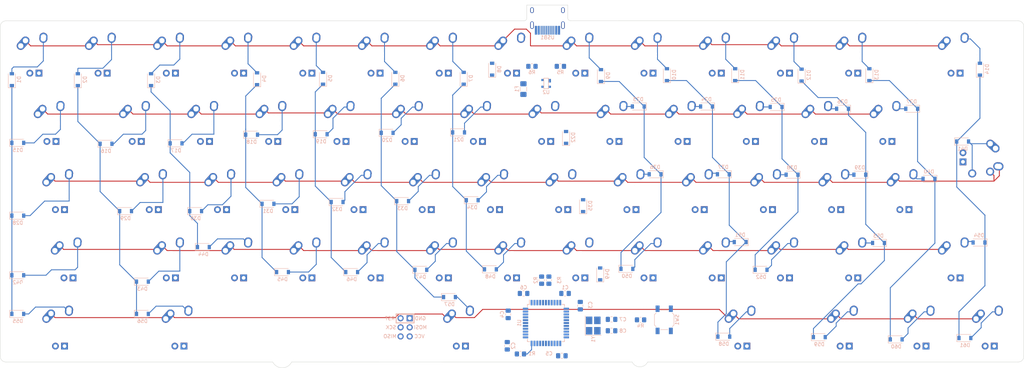
<source format=kicad_pcb>
(kicad_pcb (version 20211014) (generator pcbnew)
  (title_block (title "Main") (date "2022-08-12") (rev "0"))
  (layers (0 "F.Cu" signal) (31 "B.Cu" signal) (34 "B.Paste" user) (35 "F.Paste" user) (36 "B.SilkS" user "B.Silkscreen") (37 "F.SilkS" user "F.Silkscreen") (38 "B.Mask" user) (39 "F.Mask" user) (44 "Edge.Cuts" user))
  (net 0 "")
  (net 1 "Net-(C1-Pad1)")
  (net 2 "GND")
  (net 3 "+5V")
  (net 4 "XTAL1")
  (net 5 "XTAL2")
  (net 6 "col1")
  (net 7 "Net-(D1-Pad2)")
  (net 8 "col2")
  (net 9 "Net-(D2-Pad2)")
  (net 10 "col3")
  (net 11 "Net-(D3-Pad2)")
  (net 12 "col4")
  (net 13 "Net-(D4-Pad2)")
  (net 14 "col5")
  (net 15 "Net-(D5-Pad2)")
  (net 16 "col6")
  (net 17 "Net-(D6-Pad2)")
  (net 18 "col7")
  (net 19 "Net-(D7-Pad2)")
  (net 20 "col8")
  (net 21 "Net-(D8-Pad2)")
  (net 22 "col9")
  (net 23 "Net-(D9-Pad2)")
  (net 24 "col10")
  (net 25 "Net-(D10-Pad2)")
  (net 26 "col11")
  (net 27 "Net-(D11-Pad2)")
  (net 28 "col12")
  (net 29 "Net-(D12-Pad2)")
  (net 30 "col13")
  (net 31 "Net-(D13-Pad2)")
  (net 32 "col14")
  (net 33 "Net-(D14-Pad2)")
  (net 34 "Net-(D15-Pad2)")
  (net 35 "Net-(D16-Pad2)")
  (net 36 "Net-(D17-Pad2)")
  (net 37 "Net-(D18-Pad2)")
  (net 38 "Net-(D19-Pad2)")
  (net 39 "Net-(D20-Pad2)")
  (net 40 "Net-(D21-Pad2)")
  (net 41 "Net-(D22-Pad2)")
  (net 42 "Net-(D23-Pad2)")
  (net 43 "Net-(D24-Pad2)")
  (net 44 "Net-(D25-Pad2)")
  (net 45 "Net-(D26-Pad2)")
  (net 46 "Net-(D27-Pad2)")
  (net 47 "Net-(D28-Pad2)")
  (net 48 "Net-(D29-Pad2)")
  (net 49 "Net-(D30-Pad2)")
  (net 50 "Net-(D31-Pad2)")
  (net 51 "Net-(D32-Pad2)")
  (net 52 "Net-(D33-Pad2)")
  (net 53 "Net-(D34-Pad2)")
  (net 54 "Net-(D35-Pad2)")
  (net 55 "Net-(D36-Pad2)")
  (net 56 "Net-(D37-Pad2)")
  (net 57 "Net-(D38-Pad2)")
  (net 58 "Net-(D39-Pad2)")
  (net 59 "Net-(D40-Pad2)")
  (net 60 "Net-(D41-Pad2)")
  (net 61 "Net-(D42-Pad2)")
  (net 62 "Net-(D43-Pad2)")
  (net 63 "Net-(D44-Pad2)")
  (net 64 "Net-(D45-Pad2)")
  (net 65 "Net-(D46-Pad2)")
  (net 66 "Net-(D47-Pad2)")
  (net 67 "Net-(D48-Pad2)")
  (net 68 "Net-(D49-Pad2)")
  (net 69 "Net-(D50-Pad2)")
  (net 70 "Net-(D51-Pad2)")
  (net 71 "Net-(D52-Pad2)")
  (net 72 "Net-(D53-Pad2)")
  (net 73 "Net-(D54-Pad2)")
  (net 74 "Net-(D55-Pad2)")
  (net 75 "Net-(D56-Pad2)")
  (net 76 "Net-(D57-Pad2)")
  (net 77 "Net-(D58-Pad2)")
  (net 78 "Net-(D59-Pad2)")
  (net 79 "Net-(D60-Pad2)")
  (net 80 "Net-(D61-Pad2)")
  (net 81 "VCC")
  (net 82 "MISO")
  (net 83 "SCK")
  (net 84 "MOSI")
  (net 85 "RESET")
  (net 86 "Net-(R1-Pad1)")
  (net 87 "Net-(R2-Pad1)")
  (net 88 "D-")
  (net 89 "Net-(R3-Pad1)")
  (net 90 "D+")
  (net 91 "Net-(R5-Pad1)")
  (net 92 "Net-(R6-Pad1)")
  (net 93 "row1")
  (net 94 "row2")
  (net 95 "row3")
  (net 96 "row4")
  (net 97 "row5")
  (footprint "MX_Alps_Hybrid:MX-1U" (layer "F.Cu") (at 271.4625 69.05625)
    (fp_text reference "S11")
    (fp_text value "0")
  )
  (footprint "MX_Alps_Hybrid:MX-1.75U" (layer "F.Cu") (at 88.10625 107.15625)
    (fp_text reference "S28")
    (fp_text value "Control")
  )
  (footprint "MX_Alps_Hybrid:MX-ISO" (layer "F.Cu") (at 345.28125 97.63125)
    (fp_text reference "S41")
    (fp_text value "Enter")
  )
  (footprint "MX_Alps_Hybrid:MX-1U" (layer "F.Cu") (at 280.9875 88.10625)
    (fp_text reference "S25")
    (fp_text value "P")
  )
  (footprint "MX_Alps_Hybrid:MX-1U" (layer "F.Cu") (at 114.3 107.15625)
    (fp_text reference "S29")
    (fp_text value "A")
  )
  (footprint "MX_Alps_Hybrid:MX-1U" (layer "F.Cu") (at 157.1625 69.05625)
    (fp_text reference "S5")
    (fp_text value "4")
  )
  (footprint "MX_Alps_Hybrid:MX-1U" (layer "F.Cu") (at 195.2625 126.20625)
    (fp_text reference "S47")
    (fp_text value "B")
  )
  (footprint "MX_Alps_Hybrid:MX-1U" (layer "F.Cu") (at 100.0125 69.05625)
    (fp_text reference "S2")
    (fp_text value "1")
  )
  (footprint "MX_Alps_Hybrid:MX-1.75U" (layer "F.Cu") (at 278.60625 145.25625)
    (fp_text reference "S58")
    (fp_text value "Hyper")
  )
  (footprint "MX_Alps_Hybrid:MX-1U" (layer "F.Cu") (at 252.4125 126.20625)
    (fp_text reference "S50")
    (fp_text value ",")
  )
  (footprint "MX_Alps_Hybrid:MX-1U" (layer "F.Cu") (at 323.85 107.15625)
    (fp_text reference "S40")
    (fp_text value "#")
  )
  (footprint "MX_Alps_Hybrid:MX-1U" (layer "F.Cu") (at 266.7 107.15625)
    (fp_text reference "S37")
    (fp_text value "L")
  )
  (footprint "MX_Alps_Hybrid:MX-1U" (layer "F.Cu") (at 290.5125 126.20625)
    (fp_text reference "S52")
    (fp_text value "/")
  )
  (footprint "MX_Alps_Hybrid:MX-1.5U" (layer "F.Cu") (at 85.725 88.10625)
    (fp_text reference "S15")
    (fp_text value "Tab")
  )
  (footprint "MX_Alps_Hybrid:MX-1U" (layer "F.Cu") (at 119.0625 69.05625)
    (fp_text reference "S3")
    (fp_text value "2")
  )
  (footprint "MX_Alps_Hybrid:MX-2U" (layer "F.Cu") (at 90.4875 126.20625)
    (fp_text reference "S42")
    (fp_text value "LShift")
  )
  (footprint "MX_Alps_Hybrid:MX-1U" (layer "F.Cu") (at 319.0875 88.10625)
    (fp_text reference "S27")
    (fp_text value "]")
  )
  (footprint "MX_Alps_Hybrid:MX-1U" (layer "F.Cu") (at 138.1125 69.05625)
    (fp_text reference "S4")
    (fp_text value "3")
  )
  (footprint "MX_Alps_Hybrid:MX-1U" (layer "F.Cu") (at 285.75 107.15625)
    (fp_text reference "S38")
    (fp_text value ";")
  )
  (footprint "MX_Alps_Hybrid:MX-1U" (layer "F.Cu") (at 204.7875 88.10625)
    (fp_text reference "S21")
    (fp_text value "Y")
  )
  (footprint "MX_Alps_Hybrid:MX-1U" (layer "F.Cu") (at 271.4625 126.20625)
    (fp_text reference "S51")
    (fp_text value ".")
  )
  (footprint "MX_Alps_Hybrid:MX-1U" (layer "F.Cu") (at 133.35 107.15625)
    (fp_text reference "S30")
    (fp_text value "S")
  )
  (footprint "MX_Alps_Hybrid:MX-1U" (layer "F.Cu") (at 223.8375 88.10625)
    (fp_text reference "S22")
    (fp_text value "U")
  )
  (footprint "MX_Alps_Hybrid:MX-1.75U" (layer "F.Cu") (at 121.44375 145.25625)
    (fp_text reference "S56")
    (fp_text value "Alt")
  )
  (footprint "MX_Alps_Hybrid:MX-1U" (layer "F.Cu") (at 176.2125 126.20625)
    (fp_text reference "S46")
    (fp_text value "V")
  )
  (footprint "MX_Alps_Hybrid:MX-1U" (layer "F.Cu") (at 290.5125 69.05625)
    (fp_text reference "S12")
    (fp_text value "-")
  )
  (footprint "MX_Alps_Hybrid:MX-2U" (layer "F.Cu") (at 338.1375 126.20625)
    (fp_text reference "S54")
    (fp_text value "RShift")
  )
  (footprint "MX_Alps_Hybrid:MX-2U" (layer "F.Cu") (at 338.1375 69.05625)
    (fp_text reference "S14")
    (fp_text value "Backspace")
  )
  (footprint "MX_Alps_Hybrid:MX-1U" (layer "F.Cu") (at 80.9625 69.05625)
    (fp_text reference "S1")
    (fp_text value "Esc")
  )
  (footprint "MX_Alps_Hybrid:MX-1U" (layer "F.Cu") (at 309.5625 69.05625)
    (fp_text reference "S13")
    (fp_text value "=")
  )
  (footprint "MX_Alps_Hybrid:MX-1U" (layer "F.Cu") (at 157.1625 126.20625)
    (fp_text reference "S45")
    (fp_text value "C")
  )
  (footprint "MX_Alps_Hybrid:MX-1U" (layer "F.Cu") (at 185.7375 88.10625)
    (fp_text reference "S20")
    (fp_text value "T")
  )
  (footprint "MX_Alps_Hybrid:MX-1U" (layer "F.Cu") (at 228.6 107.15625)
    (fp_text reference "S35")
    (fp_text value "J")
  )
  (footprint "MX_Alps_Hybrid:MX-1U" (layer "F.Cu") (at 138.1125 126.20625)
    (fp_text reference "S44")
    (fp_text value "X")
  )
  (footprint "MX_Alps_Hybrid:MX-1U" (layer "F.Cu") (at 252.4125 69.05625)
    (fp_text reference "S10")
    (fp_text value "9")
  )
  (footprint "MX_Alps_Hybrid:MX-1U" (layer "F.Cu") (at 242.8875 88.10625)
    (fp_text reference "S23")
    (fp_text value "I")
  )
  (footprint "MX_Alps_Hybrid:MX-1.75U" (layer "F.Cu") (at 88.10625 145.25625)
    (fp_text reference "S55")
    (fp_text value "Super")
  )
  (footprint "MX_Alps_Hybrid:MX-1U" (layer "F.Cu") (at 128.5875 88.10625)
    (fp_text reference "S17")
    (fp_text value "W")
  )
  (footprint "MX_Alps_Hybrid:MX-1U" (layer "F.Cu") (at 233.3625 126.20625)
    (fp_text reference "S49")
    (fp_text value "M")
  )
  (footprint "MX_Alps_Hybrid:MX-1U" (layer "F.Cu") (at 309.5625 126.20625)
    (fp_text reference "S53")
    (fp_text value "\\")
  )
  (footprint "MX_Alps_Hybrid:MX-6.5U" (layer "F.Cu") (at 200.025 145.25625)
    (fp_text reference "S57")
    (fp_text value "Space")
  )
  (footprint "MX_Alps_Hybrid:MX-1U" (layer "F.Cu") (at 214.3125 69.05625)
    (fp_text reference "S8")
    (fp_text value "7")
  )
  (footprint "MX_Alps_Hybrid:MX-1U" (layer "F.Cu") (at 171.45 107.15625)
    (fp_text reference "S32")
    (fp_text value "F")
  )
  (footprint "MX_Alps_Hybrid:MX-1U" (layer "F.Cu") (at 152.4 107.15625)
    (fp_text reference "S31")
    (fp_text value "D")
  )
  (footprint "MX_Alps_Hybrid:MX-1U" (layer "F.Cu") (at 147.6375 88.10625)
    (fp_text reference "S18")
    (fp_text value "E")
  )
  (footprint "MX_Alps_Hybrid:MX-1U" (layer "F.Cu") (at 195.2625 69.05625)
    (fp_text reference "S7")
    (fp_text value "6")
  )
  (footprint "MX_Alps_Hybrid:MX-1.25U" (layer "F.Cu") (at 307.18125 145.25625)
    (fp_text reference "S59")
    (fp_text value "AltGraph")
  )
  (footprint "MX_Alps_Hybrid:MX-1U" (layer "F.Cu") (at 328.6125 145.25625)
    (fp_text reference "S60")
    (fp_text value "Caps")
  )
  (footprint "MX_Alps_Hybrid:MX-1U" (layer "F.Cu") (at 214.3125 126.20625)
    (fp_text reference "S48")
    (fp_text value "N")
  )
  (footprint "MX_Alps_Hybrid:MX-1U" (layer "F.Cu") (at 176.2125 69.05625)
    (fp_text reference "S6")
    (fp_text value "5")
  )
  (footprint "MX_Alps_Hybrid:MX-1U" (layer "F.Cu") (at 166.69 88.10625)
    (fp_text reference "S19")
    (fp_text value "R")
  )
  (footprint "MX_Alps_Hybrid:MX-1U" (layer "F.Cu") (at 304.8 107.15625)
    (fp_text reference "S39")
    (fp_text value "'")
  )
  (footprint "MX_Alps_Hybrid:MX-1U" (layer "F.Cu") (at 347.6625 145.25625)
    (fp_text reference "S61")
    (fp_text value "Kill")
  )
  (footprint "MX_Alps_Hybrid:MX-1U" (layer "F.Cu") (at 109.5375 88.10625)
    (fp_text reference "S16")
    (fp_text value "Q")
  )
  (footprint "MX_Alps_Hybrid:MX-1U" (layer "F.Cu") (at 190.5 107.15625)
    (fp_text reference "S33")
    (fp_text value "G")
  )
  (footprint "MX_Alps_Hybrid:MX-1U" (layer "F.Cu") (at 209.55 107.15625)
    (fp_text reference "S34")
    (fp_text value "H")
  )
  (footprint "MX_Alps_Hybrid:MX-1U" (layer "F.Cu") (at 247.65 107.15625)
    (fp_text reference "S36")
    (fp_text value "K")
  )
  (footprint "MX_Alps_Hybrid:MX-1U" (layer "F.Cu") (at 300.0375 88.10625)
    (fp_text reference "S26")
    (fp_text value "[")
  )
  (footprint "MX_Alps_Hybrid:MX-1U" (layer "F.Cu") (at 233.3625 69.05625)
    (fp_text reference "S9")
    (fp_text value "8")
  )
  (footprint "MX_Alps_Hybrid:MX-1U" (layer "F.Cu") (at 261.9375 88.10625)
    (fp_text reference "S24")
    (fp_text value "O")
  )
  (footprint "MX_Alps_Hybrid:MX-1U" (layer "F.Cu") (at 119.0625 126.20625)
    (fp_text reference "S43")
    (fp_text value "Z")
  )
  (footprint "Diode_SMD:D_SOD-123" (layer "B.Cu") (at 229.39375 92.075 90)
    (fp_text reference "D22")
    (fp_text value "1N4148" hide)
  )
  (footprint "Diode_SMD:D_SOD-123" (layer "B.Cu") (at 161.036 91.186)
    (fp_text reference "D19")
    (fp_text value "1N4148" hide)
  )
  (footprint "Diode_SMD:D_SOD-123" (layer "B.Cu") (at 283.845 129.032)
    (fp_text reference "D52")
    (fp_text value "1N4148" hide)
  )
  (footprint "Diode_SMD:D_SOD-123" (layer "B.Cu") (at 340.741 148.082)
    (fp_text reference "D61")
    (fp_text value "1N4148" hide)
  )
  (footprint "Diode_SMD:D_SOD-123" (layer "B.Cu") (at 169.545 129.667)
    (fp_text reference "D46")
    (fp_text value "1N4148" hide)
  )
  (footprint "random-keyboard-parts:Reset_Pretty-Mask" (layer "B.Cu") (at 184.4675 145.0975)
    (fp_text reference "J1")
    (fp_text value "AVR-ISP-6")
  )
  (footprint "Resistor_SMD:R_0805_2012Metric_Pad1.20x1.40mm_HandSolder" (layer "B.Cu") (at 227.80625 72.23125)
    (fp_text reference "R5")
    (fp_text value "5.1k")
  )
  (footprint "Diode_SMD:D_SOD-123" (layer "B.Cu") (at 200.81875 75.565 90)
    (fp_text reference "D7")
    (fp_text value "1N4148" hide)
  )
  (footprint "Diode_SMD:D_SOD-123" (layer "B.Cu") (at 203.2 109.601)
    (fp_text reference "D34")
    (fp_text value "1N4148" hide)
  )
  (footprint "Diode_SMD:D_SOD-123" (layer "B.Cu") (at 249.555 83.439 180)
    (fp_text reference "D23")
    (fp_text value "1N4148" hide)
  )
  (footprint "Diode_SMD:D_SOD-123" (layer "B.Cu") (at 128.143 122.682)
    (fp_text reference "D44")
    (fp_text value "1N4148" hide)
  )
  (footprint "Diode_SMD:D_SOD-123" (layer "B.Cu") (at 179.451 90.805)
    (fp_text reference "D20")
    (fp_text value "1N4148" hide)
  )
  (footprint "Diode_SMD:D_SOD-123" (layer "B.Cu") (at 325.882 84.074 180)
    (fp_text reference "D27")
    (fp_text value "1N4148" hide)
  )
  (footprint "Diode_SMD:D_SOD-123" (layer "B.Cu") (at 199.39 90.678)
    (fp_text reference "D21")
    (fp_text value "1N4148" hide)
  )
  (footprint "Diode_SMD:D_SOD-123" (layer "B.Cu") (at 316.611 121.539 180)
    (fp_text reference "D53")
    (fp_text value "1N4148" hide)
  )
  (footprint "Capacitor_SMD:C_0805_2012Metric_Pad1.18x1.45mm_HandSolder" (layer "B.Cu") (at 233.3625 139.04 -90)
    (fp_text reference "C3")
    (fp_text value "0.1u")
  )
  (footprint "Diode_SMD:D_SOD-123" (layer "B.Cu") (at 311.404 102.489 180)
    (fp_text reference "D39")
    (fp_text value "1N4148" hide)
  )
  (footprint "Diode_SMD:D_SOD-123" (layer "B.Cu") (at 143.129 75.692 90)
    (fp_text reference "D4")
    (fp_text value "1N4148" hide)
  )
  (footprint "Diode_SMD:D_SOD-123" (layer "B.Cu") (at 306.578 84.074 180)
    (fp_text reference "D26")
    (fp_text value "1N4148" hide)
  )
  (footprint "Diode_SMD:D_SOD-123" (layer "B.Cu") (at 321.564 148.463)
    (fp_text reference "D60")
    (fp_text value "1N4148" hide)
  )
  (footprint "Diode_SMD:D_SOD-123" (layer "B.Cu") (at 106.426 112.649)
    (fp_text reference "D29")
    (fp_text value "1N4148" hide)
  )
  (footprint "Capacitor_SMD:C_0805_2012Metric_Pad1.18x1.45mm_HandSolder" (layer "B.Cu") (at 213.233 141.478 -90)
    (fp_text reference "C4")
    (fp_text value "0.1u")
  )
  (footprint "Diode_SMD:D_SOD-123" (layer "B.Cu") (at 188.849 129.032)
    (fp_text reference "D47")
    (fp_text value "1N4148" hide)
  )
  (footprint "Crystal:Crystal_SMD_3225-4Pin_3.2x2.5mm_HandSoldering" (layer "B.Cu") (at 236.975 144.6 90)
    (fp_text reference "Y1")
    (fp_text value "16MHz")
  )
  (footprint "Diode_SMD:D_SOD-123" (layer "B.Cu") (at 292.481 102.489 180)
    (fp_text reference "D38")
    (fp_text value "1N4148" hide)
  )
  (footprint "Diode_SMD:D_SOD-123" (layer "B.Cu") (at 111.125 141.351)
    (fp_text reference "D56")
    (fp_text value "1N4148" hide)
  )
  (footprint "Diode_SMD:D_SOD-123" (layer "B.Cu") (at 208.28 128.905)
    (fp_text reference "D48")
    (fp_text value "1N4148" hide)
  )
  (footprint "Diode_SMD:D_SOD-123" (layer "B.Cu") (at 76.327 141.351)
    (fp_text reference "D55")
    (fp_text value "1N4148" hide)
  )
  (footprint "Diode_SMD:D_SOD-123" (layer "B.Cu") (at 295.148 74.676 90)
    (fp_text reference "D12")
    (fp_text value "1N4148" hide)
  )
  (footprint "Resistor_SMD:R_0805_2012Metric_Pad1.20x1.40mm_HandSolder" (layer "B.Cu") (at 250.19 143.002)
    (fp_text reference "R4")
    (fp_text value "10K")
  )
  (footprint "Diode_SMD:D_SOD-123" (layer "B.Cu") (at 239.141 74.803 90)
    (fp_text reference "D9")
    (fp_text value "1N4148" hide)
  )
  (footprint "Diode_SMD:D_SOD-123" (layer "B.Cu") (at 300.101 147.828)
    (fp_text reference "D59")
    (fp_text value "1N4148" hide)
  )
  (footprint "Diode_SMD:D_SOD-123" (layer "B.Cu") (at 254.254 102.362 180)
    (fp_text reference "D36")
    (fp_text value "1N4148" hide)
  )
  (footprint "Diode_SMD:D_SOD-123" (layer "B.Cu") (at 76.328 93.599)
    (fp_text reference "D15")
    (fp_text value "1N4148" hide)
  )
  (footprint "Diode_SMD:D_SOD-123" (layer "B.Cu") (at 344.678 121.412 180)
    (fp_text reference "D54")
    (fp_text value "1N4148" hide)
  )
  (footprint "Diode_SMD:D_SOD-123" (layer "B.Cu") (at 111.125 132.334)
    (fp_text reference "D43")
    (fp_text value "1N4148" hide)
  )
  (footprint "Resistor_SMD:R_0805_2012Metric_Pad1.20x1.40mm_HandSolder" (layer "B.Cu") (at 216.662 152.527 180)
    (fp_text reference "R1")
    (fp_text value "10k")
  )
  (footprint "Diode_SMD:D_SOD-123" (layer "B.Cu") (at 208.75625 73.025 90)
    (fp_text reference "D8")
    (fp_text value "1N4148" hide)
  )
  (footprint "Diode_SMD:D_SOD-123" (layer "B.Cu") (at 330.708 103.632 180)
    (fp_text reference "D40")
    (fp_text value "1N4148" hide)
  )
  (footprint "Diode_SMD:D_SOD-123" (layer "B.Cu") (at 288.036 83.566 180)
    (fp_text reference "D25")
    (fp_text value "1N4148" hide)
  )
  (footprint "Capacitor_SMD:C_0805_2012Metric_Pad1.18x1.45mm_HandSolder" (layer "B.Cu") (at 229.108 135.636 180)
    (fp_text reference "C1")
    (fp_text value "1uF")
  )
  (footprint "Diode_SMD:D_SOD-123" (layer "B.Cu") (at 113.538 75.946 90)
    (fp_text reference "D3")
    (fp_text value "1N4148" hide)
  )
  (footprint "Capacitor_SMD:C_0805_2012Metric_Pad1.18x1.45mm_HandSolder" (layer "B.Cu") (at 212.979 150.241 90)
    (fp_text reference "C2")
    (fp_text value "0.1u")
  )
  (footprint "Diode_SMD:D_SOD-123" (layer "B.Cu") (at 76.327 130.556)
    (fp_text reference "D42")
    (fp_text value "1N4148" hide)
  )
  (footprint "Diode_SMD:D_SOD-123" (layer "B.Cu") (at 100.965 93.853)
    (fp_text reference "D16")
    (fp_text value "1N4148" hide)
  )
  (footprint "Diode_SMD:D_SOD-123" (layer "B.Cu") (at 238.91875 130.175 90)
    (fp_text reference "D49")
    (fp_text value "1N4148" hide)
  )
  (footprint "Diode_SMD:D_SOD-123" (layer "B.Cu") (at 234.15625 111.125 90)
    (fp_text reference "D35")
    (fp_text value "1N4148" hide)
  )
  (footprint "Diode_SMD:D_SOD-123" (layer "B.Cu") (at 268.605 83.439 180)
    (fp_text reference "D24")
    (fp_text value "1N4148" hide)
  )
  (footprint "Fuse:Fuse_1206_3216Metric_Pad1.42x1.75mm_HandSolder" (layer "B.Cu") (at 217.4875 78.58125 -90)
    (fp_text reference "F1")
    (fp_text value "500m")
  )
  (footprint "Diode_SMD:D_SOD-123" (layer "B.Cu") (at 74.676 75.946 90)
    (fp_text reference "D1")
    (fp_text value "D_SOD-123" hide)
  )
  (footprint "random-keyboard-parts:SOT143B" (layer "B.Cu") (at 223.8375 76.99375 180)
    (fp_text reference "U2")
    (fp_text value "PRTR5V0U2X" hide)
  )
  (footprint "Package_QFP:TQFP-44_10x10mm_P0.8mm" (layer "B.Cu") (at 223.774 143.891 -90)
    (fp_text reference "U1")
    (fp_text value "ATmega32U4-A")
  )
  (footprint "Capacitor_SMD:C_0805_2012Metric_Pad1.18x1.45mm_HandSolder" (layer "B.Cu") (at 242.09375 146.05 180)
    (fp_text reference "C8")
    (fp_text value "22pF")
  )
  (footprint "Diode_SMD:D_SOD-123" (layer "B.Cu") (at 314.071 74.549 90)
    (fp_text reference "D13")
    (fp_text value "1N4148" hide)
  )
  (footprint "Diode_SMD:D_SOD-123" (layer "B.Cu") (at 76.327 113.919)
    (fp_text reference "D28")
    (fp_text value "1N4148" hide)
  )
  (footprint "Diode_SMD:D_SOD-123" (layer "B.Cu") (at 276.606 74.549 90)
    (fp_text reference "D11")
    (fp_text value "1N4148" hide)
  )
  (footprint "Diode_SMD:D_SOD-123" (layer "B.Cu") (at 340.106 93.218)
    (fp_text reference "D41")
    (fp_text value "1N4148")
  )
  (footprint "Diode_SMD:D_SOD-123" (layer "B.Cu") (at 161.544 75.565 90)
    (fp_text reference "D5")
    (fp_text value "1N4148" hide)
  )
  (footprint "Capacitor_SMD:C_0805_2012Metric_Pad1.18x1.45mm_HandSolder" (layer "B.Cu") (at 217.5295 135.636 180)
    (fp_text reference "C6")
    (fp_text value "10u")
  )
  (footprint "Diode_SMD:D_SOD-123" (layer "B.Cu") (at 246.38 128.778)
    (fp_text reference "D50")
    (fp_text value "1N4148" hide)
  )
  (footprint "Diode_SMD:D_SOD-123" (layer "B.Cu") (at 125.984 112.649)
    (fp_text reference "D30")
    (fp_text value "1N4148" hide)
  )
  (footprint "Diode_SMD:D_SOD-123" (layer "B.Cu") (at 257.556 74.549 90)
    (fp_text reference "D10")
    (fp_text value "1N4148" hide)
  )
  (footprint "Resistor_SMD:R_0805_2012Metric_Pad1.20x1.40mm_HandSolder" (layer "B.Cu") (at 222.568 131.93 -90)
    (fp_text reference "R2")
    (fp_text value "22")
  )
  (footprint "Resistor_SMD:R_0805_2012Metric_Pad1.20x1.40mm_HandSolder" (layer "B.Cu") (at 224.6 131.93 -90)
    (fp_text reference "R3")
    (fp_text value "22")
  )
  (footprint "Diode_SMD:D_SOD-123" (layer "B.Cu") (at 141.605 91.313)
    (fp_text reference "D18")
    (fp_text value "1N4148" hide)
  )
  (footprint "Diode_SMD:D_SOD-123" (layer "B.Cu") (at 273.431 147.701)
    (fp_text reference "D58")
    (fp_text value "1N4148" hide)
  )
  (footprint "Capacitor_SMD:C_0805_2012Metric_Pad1.18x1.45mm_HandSolder" (layer "B.Cu") (at 228.219 153.035)
    (fp_text reference "C5")
    (fp_text value "0.1u")
  )
  (footprint "Diode_SMD:D_SOD-123" (layer "B.Cu") (at 93.091 75.946 90)
    (fp_text reference "D2")
    (fp_text value "D_SOD-123" hide)
  )
  (footprint "Resistor_SMD:R_0805_2012Metric_Pad1.20x1.40mm_HandSolder" (layer "B.Cu") (at 219.86875 72.23125)
    (fp_text reference "R6")
    (fp_text value "5.1k")
  )
  (footprint "Diode_SMD:D_SOD-123" (layer "B.Cu") (at 150.241 129.667)
    (fp_text reference "D45")
    (fp_text value "1N4148" hide)
  )
  (footprint "Diode_SMD:D_SOD-123" (layer "B.Cu") (at 196.85 136.652)
    (fp_text reference "D57")
    (fp_text value "1N4148" hide)
  )
  (footprint "Diode_SMD:D_SOD-123" (layer "B.Cu") (at 120.523 93.726)
    (fp_text reference "D17")
    (fp_text value "1N4148" hide)
  )
  (footprint "Diode_SMD:D_SOD-123" (layer "B.Cu") (at 165.481 110.109)
    (fp_text reference "D32")
    (fp_text value "1N4148" hide)
  )
  (footprint "Diode_SMD:D_SOD-123" (layer "B.Cu") (at 273.304 102.362 180)
    (fp_text reference "D37")
    (fp_text value "1N4148" hide)
  )
  (footprint "Diode_SMD:D_SOD-123" (layer "B.Cu") (at 278.003 121.285 180)
    (fp_text reference "D51")
    (fp_text value "1N4148" hide)
  )
  (footprint "Diode_SMD:D_SOD-123" (layer "B.Cu") (at 181.737 75.565 90)
    (fp_text reference "D6")
    (fp_text value "1N4148" hide)
  )
  (footprint "Diode_SMD:D_SOD-123" (layer "B.Cu") (at 146.177 110.617)
    (fp_text reference "D31")
    (fp_text value "1N4148" hide)
  )
  (footprint "Type-C:HRO-TYPE-C-31-M-12-HandSoldering" (layer "B.Cu") (at 224.2058 53.962)
    (fp_text reference "USB1")
    (fp_text value "HRO-TYPE-C-31-M-12" hide)
  )
  (footprint "Diode_SMD:D_SOD-123" (layer "B.Cu") (at 344.932 73.025 90)
    (fp_text reference "D14")
    (fp_text value "1N4148" hide)
  )
  (footprint "Diode_SMD:D_SOD-123" (layer "B.Cu") (at 183.769 109.855)
    (fp_text reference "D33")
    (fp_text value "1N4148" hide)
  )
  (footprint "Capacitor_SMD:C_0805_2012Metric_Pad1.18x1.45mm_HandSolder" (layer "B.Cu") (at 242.09375 142.875 180)
    (fp_text reference "C7")
    (fp_text value "22pF")
  )
  (footprint "Button_Switch_SMD:SW_SPST_SKQG_WithStem" (layer "B.Cu") (at 256.794 143.002 90)
    (fp_text reference "SW1")
    (fp_text value "SW_Push")
  )
  (gr_arc (start 152.79 154.77) (mid 150.158087 156.402047) (end 147.52 154.78) (layer "Edge.Cuts") (width 0.1))
  (gr_line (start 230.66375 59.51855) (end 355.6 59.53125) (layer "Edge.Cuts") (width 0.1))
  (gr_line (start 152.79 154.77) (end 247.85 154.78125) (layer "Edge.Cuts") (width 0.1))
  (gr_line (start 73.025 154.78125) (end 147.52 154.78) (layer "Edge.Cuts") (width 0.1))
  (gr_arc (start 71.4375 61.11875) (mid 71.902468 59.996218) (end 73.025 59.53125) (layer "Edge.Cuts") (width 0.1))
  (gr_arc (start 357.1875 153.19375) (mid 356.722532 154.316282) (end 355.6 154.78125) (layer "Edge.Cuts") (width 0.1))
  (gr_line (start 357.1875 61.11875) (end 357.1875 153.19375) (layer "Edge.Cuts") (width 0.1))
  (gr_line (start 218.44 55.118) (end 229.87 55.118) (layer "Edge.Cuts") (width 0.1))
  (gr_arc (start 230.66375 59.51855) (mid 230.102911 59.285832) (end 229.87 58.7248) (layer "Edge.Cuts") (width 0.1))
  (gr_line (start 229.87 55.118) (end 229.87 58.7248) (layer "Edge.Cuts") (width 0.1))
  (gr_arc (start 73.025 154.78125) (mid 71.902468 154.316282) (end 71.4375 153.19375) (layer "Edge.Cuts") (width 0.1))
  (gr_arc (start 218.44 58.7375) (mid 218.207516 59.298766) (end 217.64625 59.53125) (layer "Edge.Cuts") (width 0.1))
  (gr_line (start 71.4375 61.11875) (end 71.4375 153.19375) (layer "Edge.Cuts") (width 0.1))
  (gr_line (start 252.16 154.78125) (end 355.6 154.78125) (layer "Edge.Cuts") (width 0.1))
  (gr_arc (start 355.6 59.53125) (mid 356.722532 59.996218) (end 357.1875 61.11875) (layer "Edge.Cuts") (width 0.1))
  (gr_line (start 217.64625 59.53125) (end 73.025 59.53125) (layer "Edge.Cuts") (width 0.1))
  (gr_line (start 218.44 58.7375) (end 218.44 55.118) (layer "Edge.Cuts") (width 0.1))
  (gr_arc (start 252.16 154.78125) (mid 250.005 156.127099) (end 247.85 154.78125) (layer "Edge.Cuts") (width 0.1))
  (segment (start 74.678 93.599) (end 74.678 113.918) (width 0.25) (layer "B.Cu") (net 6))
  (segment (start 74.676 93.597) (end 74.678 93.599) (width 0.25) (layer "B.Cu") (net 6))
  (segment (start 74.677 130.556) (end 74.677 141.351) (width 0.25) (layer "B.Cu") (net 6))
  (segment (start 74.677 113.919) (end 74.677 130.556) (width 0.25) (layer "B.Cu") (net 6))
  (segment (start 74.678 113.918) (end 74.677 113.919) (width 0.25) (layer "B.Cu") (net 6))
  (segment (start 74.676 77.596) (end 74.676 93.597) (width 0.25) (layer "B.Cu") (net 6))
  (segment (start 83.4625 64.55625) (end 83.73325 64.55625) (width 0.25) (layer "F.Cu") (net 7))
  (segment (start 83.4625 64.55625) (end 83.50275 64.516) (width 0.25) (layer "F.Cu") (net 7))
  (segment (start 83.4625 64.55625) (end 83.4625 70.7155) (width 0.25) (layer "B.Cu") (net 7))
  (segment (start 74.676 72.898) (end 74.676 74.296) (width 0.25) (layer "B.Cu") (net 7))
  (segment (start 75.184 72.39) (end 74.676 72.898) (width 0.25) (layer "B.Cu") (net 7))
  (segment (start 83.4625 70.7155) (end 81.788 72.39) (width 0.25) (layer "B.Cu") (net 7))
  (segment (start 81.788 72.39) (end 75.184 72.39) (width 0.25) (layer "B.Cu") (net 7))
  (segment (start 99.315 107.188) (end 104.776 112.649) (width 0.25) (layer "B.Cu") (net 8))
  (segment (start 104.776 127.635) (end 109.475 132.334) (width 0.25) (layer "B.Cu") (net 8))
  (segment (start 93.091 87.629) (end 99.315 93.853) (width 0.25) (layer "B.Cu") (net 8))
  (segment (start 104.776 112.649) (end 104.776 127.635) (width 0.25) (layer "B.Cu") (net 8))
  (segment (start 99.315 93.853) (end 99.315 107.188) (width 0.25) (layer "B.Cu") (net 8))
  (segment (start 93.091 77.596) (end 93.091 87.629) (width 0.25) (layer "B.Cu") (net 8))
  (segment (start 109.475 132.334) (end 109.475 141.351) (width 0.25) (layer "B.Cu") (net 8))
  (segment (start 100.076 72.771) (end 93.218 72.771) (width 0.25) (layer "B.Cu") (net 9))
  (segment (start 93.218 72.771) (end 93.091 72.898) (width 0.25) (layer "B.Cu") (net 9))
  (segment (start 93.091 72.898) (end 93.091 74.296) (width 0.25) (layer "B.Cu") (net 9))
  (segment (start 102.5125 64.55625) (end 102.5125 70.3345) (width 0.25) (layer "B.Cu") (net 9))
  (segment (start 102.5125 70.3345) (end 100.076 72.771) (width 0.25) (layer "B.Cu") (net 9))
  (segment (start 124.334 113.92) (end 126.493 116.079) (width 0.25) (layer "B.Cu") (net 10))
  (segment (start 113.538 79.375) (end 118.873 84.71) (width 0.25) (layer "B.Cu") (net 10))
  (segment (start 118.873 84.71) (end 118.873 93.726) (width 0.25) (layer "B.Cu") (net 10))
  (segment (start 113.538 77.596) (end 113.538 79.375) (width 0.25) (layer "B.Cu") (net 10))
  (segment (start 124.334 101.855) (end 124.334 112.649) (width 0.25) (layer "B.Cu") (net 10))
  (segment (start 126.493 116.079) (end 126.493 122.682) (width 0.25) (layer "B.Cu") (net 10))
  (segment (start 118.873 93.726) (end 118.873 96.394) (width 0.25) (layer "B.Cu") (net 10))
  (segment (start 118.873 96.394) (end 124.334 101.855) (width 0.25) (layer "B.Cu") (net 10))
  (segment (start 124.334 112.649) (end 124.334 113.92) (width 0.25) (layer "B.Cu") (net 10))
  (segment (start 115.952 71.882) (end 113.538 74.296) (width 0.25) (layer "B.Cu") (net 11))
  (segment (start 121.5625 70.2075) (end 119.888 71.882) (width 0.25) (layer "B.Cu") (net 11))
  (segment (start 121.5625 64.55625) (end 121.5625 70.2075) (width 0.25) (layer "B.Cu") (net 11))
  (segment (start 119.888 71.882) (end 115.952 71.882) (width 0.25) (layer "B.Cu") (net 11))
  (segment (start 139.954 89.789) (end 139.955 89.79) (width 0.25) (layer "B.Cu") (net 12))
  (segment (start 139.955 89.79) (end 139.955 91.313) (width 0.25) (layer "B.Cu") (net 12))
  (segment (start 139.955 106.045) (end 144.527 110.617) (width 0.25) (layer "B.Cu") (net 12))
  (segment (start 144.527 125.603) (end 148.591 129.667) (width 0.25) (layer "B.Cu") (net 12))
  (segment (start 143.129 77.342) (end 139.954 80.517) (width 0.25) (layer "B.Cu") (net 12))
  (segment (start 144.527 110.617) (end 144.527 125.603) (width 0.25) (layer "B.Cu") (net 12))
  (segment (start 139.954 80.517) (end 139.954 89.789) (width 0.25) (layer "B.Cu") (net 12))
  (segment (start 139.955 91.313) (end 139.955 106.045) (width 0.25) (layer "B.Cu") (net 12))
  (segment (start 140.6125 64.55625) (end 140.6125 71.5255) (width 0.25) (layer "B.Cu") (net 13))
  (segment (start 140.6125 71.5255) (end 143.129 74.042) (width 0.25) (layer "B.Cu") (net 13))
  (segment (start 163.831 125.603) (end 167.895 129.667) (width 0.25) (layer "B.Cu") (net 14))
  (segment (start 159.386 91.186) (end 159.386 105.664) (width 0.25) (layer "B.Cu") (net 14))
  (segment (start 159.386 105.664) (end 163.831 110.109) (width 0.25) (layer "B.Cu") (net 14))
  (segment (start 163.831 110.109) (end 163.831 125.603) (width 0.25) (layer "B.Cu") (net 14))
  (segment (start 159.386 79.373) (end 159.386 91.186) (width 0.25) (layer "B.Cu") (net 14))
  (segment (start 161.544 77.215) (end 159.386 79.373) (width 0.25) (layer "B.Cu") (net 14))
  (segment (start 159.6625 64.55625) (end 159.6625 72.0335) (width 0.25) (layer "B.Cu") (net 15))
  (segment (start 159.6625 72.0335) (end 161.544 73.915) (width 0.25) (layer "B.Cu") (net 15))
  (segment (start 177.801 81.154) (end 177.801 90.805) (width 0.25) (layer "B.Cu") (net 16))
  (segment (start 177.801 105.537) (end 182.119 109.855) (width 0.25) (layer "B.Cu") (net 16))
  (segment (start 192.532 136.652) (end 195.2 136.652) (width 0.25) (layer "B.Cu") (net 16))
  (segment (start 187.199 129.032) (end 187.199 131.319) (width 0.25) (layer "B.Cu") (net 16))
  (segment (start 182.119 123.952) (end 187.199 129.032) (width 0.25) (layer "B.Cu") (net 16))
  (segment (start 187.199 131.319) (end 192.532 136.652) (width 0.25) (layer "B.Cu") (net 16))
  (segment (start 181.737 77.216) (end 177.8 81.153) (width 0.25) (layer "B.Cu") (net 16))
  (segment (start 177.801 90.805) (end 177.801 105.537) (width 0.25) (layer "B.Cu") (net 16))
  (segment (start 177.8 81.153) (end 177.801 81.154) (width 0.25) (layer "B.Cu") (net 16))
  (segment (start 182.119 109.855) (end 182.119 123.952) (width 0.25) (layer "B.Cu") (net 16))
  (segment (start 181.737 77.215) (end 181.737 77.216) (width 0.25) (layer "B.Cu") (net 16))
  (segment (start 178.7125 64.55625) (end 178.7125 70.8905) (width 0.25) (layer "B.Cu") (net 17))
  (segment (start 178.7125 70.8905) (end 181.737 73.915) (width 0.25) (layer "B.Cu") (net 17))
  (segment (start 200.81875 77.215) (end 200.788 77.215) (width 0.25) (layer "B.Cu") (net 18))
  (segment (start 201.55 109.601) (end 201.55 123.825) (width 0.25) (layer "B.Cu") (net 18))
  (segment (start 200.788 77.215) (end 197.739 80.264) (width 0.25) (layer "B.Cu") (net 18))
  (segment (start 197.739 80.264) (end 197.74 80.265) (width 0.25) (layer "B.Cu") (net 18))
  (segment (start 201.55 123.825) (end 206.63 128.905) (width 0.25) (layer "B.Cu") (net 18))
  (segment (start 197.74 105.791) (end 201.55 109.601) (width 0.25) (layer "B.Cu") (net 18))
  (segment (start 197.74 80.265) (end 197.74 90.678) (width 0.25) (layer "B.Cu") (net 18))
  (segment (start 197.74 90.678) (end 197.74 105.791) (width 0.25) (layer "B.Cu") (net 18))
  (segment (start 197.7625 70.85875) (end 200.81875 73.915) (width 0.25) (layer "B.Cu") (net 19))
  (segment (start 197.7625 64.55625) (end 197.7625 70.85875) (width 0.25) (layer "B.Cu") (net 19))
  (segment (start 239.141 76.453) (end 244.219 76.453) (width 0.25) (layer "B.Cu") (net 22))
  (segment (start 244.73 124.192625) (end 244.73 128.778) (width 0.25) (layer "B.Cu") (net 22))
  (segment (start 255.904 102.362) (end 255.904 113.018625) (width 0.25) (layer "B.Cu") (net 22))
  (segment (start 255.904 113.018625) (end 244.73 124.192625) (width 0.25) (layer "B.Cu") (net 22))
  (segment (start 251.205 83.439) (end 251.205 97.663) (width 0.25) (layer "B.Cu") (net 22))
  (segment (start 251.205 97.663) (end 255.904 102.362) (width 0.25) (layer "B.Cu") (net 22))
  (segment (start 244.219 76.453) (end 251.205 83.439) (width 0.25) (layer "B.Cu") (net 22))
  (segment (start 235.8625 69.8745) (end 239.141 73.153) (width 0.25) (layer "B.Cu") (net 23))
  (segment (start 235.8625 64.55625) (end 235.8625 69.8745) (width 0.25) (layer "B.Cu") (net 23))
  (segment (start 257.556 76.199) (end 263.015 76.199) (width 0.25) (layer "B.Cu") (net 24))
  (segment (start 279.653 121.285) (end 274.135251 126.802749) (width 0.25) (layer "B.Cu") (net 24))
  (segment (start 274.135251 126.802749) (end 274.135251 141.281749) (width 0.25) (layer "B.Cu") (net 24))
  (segment (start 274.954 102.362) (end 274.954 116.586) (width 0.25) (layer "B.Cu") (net 24))
  (segment (start 274.954 116.586) (end 279.653 121.285) (width 0.25) (layer "B.Cu") (net 24))
  (segment (start 263.015 76.199) (end 270.255 83.439) (width 0.25) (layer "B.Cu") (net 24))
  (segment (start 270.255 83.439) (end 270.255 97.663) (width 0.25) (layer "B.Cu") (net 24))
  (segment (start 274.135251 141.281749) (end 271.781 143.636) (width 0.25) (layer "B.Cu") (net 24))
  (segment (start 270.255 97.663) (end 274.954 102.362) (width 0.25) (layer "B.Cu") (net 24))
  (segment (start 271.781 143.636) (end 271.781 147.701) (width 0.25) (layer "B.Cu") (net 24))
  (segment (start 254.9125 64.55625) (end 254.9125 70.2555) (width 0.25) (layer "B.Cu") (net 25))
  (segment (start 254.9125 70.2555) (end 257.556 72.899) (width 0.25) (layer "B.Cu") (net 25))
  (segment (start 294.131 112.891625) (end 282.195 124.827625) (width 0.25) (layer "B.Cu") (net 26))
  (segment (start 289.686 98.044) (end 294.131 102.489) (width 0.25) (layer "B.Cu") (net 26))
  (segment (start 294.131 102.489) (end 294.131 112.891625) (width 0.25) (layer "B.Cu") (net 26))
  (segment (start 289.686 83.566) (end 289.686 98.044) (width 0.25) (layer "B.Cu") (net 26))
  (segment (start 282.195 124.827625) (end 282.195 129.032) (width 0.25) (layer "B.Cu") (net 26))
  (segment (start 282.319 76.199) (end 289.686 83.566) (width 0.25) (layer "B.Cu") (net 26))
  (segment (start 276.606 76.199) (end 282.319 76.199) (width 0.25) (layer "B.Cu") (net 26))
  (segment (start 273.9625 64.55625) (end 273.9625 70.2555) (width 0.25) (layer "B.Cu") (net 27))
  (segment (start 273.9625 70.2555) (end 276.606 72.899) (width 0.25) (layer "B.Cu") (net 27))
  (segment (start 308.228 84.074) (end 308.228 85.862286) (width 0.25) (layer "B.Cu") (net 28))
  (segment (start 313.054 116.332) (end 318.261 121.539) (width 0.25) (layer "B.Cu") (net 28))
  (segment (start 310.927628 132.959262) (end 298.451 145.43589) (width 0.25) (layer "B.Cu") (net 28))
  (segment (start 308.228 85.862286) (end 313.054 90.688286) (width 0.25) (layer "B.Cu") (net 28))
  (segment (start 313.054 102.489) (end 313.054 116.332) (width 0.25) (layer "B.Cu") (net 28))
  (segment (start 305.114126 80.960126) (end 308.228 84.074) (width 0.25) (layer "B.Cu") (net 28))
  (segment (start 318.261 126.445763) (end 311.747501 132.959262) (width 0.25) (layer "B.Cu") (net 28))
  (segment (start 311.747501 132.959262) (end 310.927628 132.959262) (width 0.25) (layer "B.Cu") (net 28))
  (segment (start 313.054 90.688286) (end 313.054 102.489) (width 0.25) (layer "B.Cu") (net 28))
  (segment (start 318.261 121.539) (end 318.261 126.445763) (width 0.25) (layer "B.Cu") (net 28))
  (segment (start 298.451 145.43589) (end 298.451 147.828) (width 0.25) (layer "B.Cu") (net 28))
  (segment (start 295.148 76.326) (end 299.782126 80.960126) (width 0.25) (layer "B.Cu") (net 28))
  (segment (start 299.782126 80.960126) (end 305.114126 80.960126) (width 0.25) (layer "B.Cu") (net 28))
  (segment (start 293.0125 70.8905) (end 295.148 73.026) (width 0.25) (layer "B.Cu") (net 29))
  (segment (start 293.0125 64.55625) (end 293.0125 70.8905) (width 0.25) (layer "B.Cu") (net 29))
  (segment (start 332.358 103.632) (end 332.358 121.602487) (width 0.25) (layer "B.Cu") (net 30))
  (segment (start 327.532 84.074) (end 327.532 98.806) (width 0.25) (layer "B.Cu") (net 30))
  (segment (start 319.914 134.046487) (end 319.914 148.463) (width 0.25) (layer "B.Cu") (net 30))
  (segment (start 327.532 98.806) (end 332.358 103.632) (width 0.25) (layer "B.Cu") (net 30))
  (segment (start 332.358 121.602487) (end 319.914 134.046487) (width 0.25) (layer "B.Cu") (net 30))
  (segment (start 319.657 76.199) (end 327.532 84.074) (width 0.25) (layer "B.Cu") (net 30))
  (segment (start 314.071 76.199) (end 319.657 76.199) (width 0.25) (layer "B.Cu") (net 30))
  (segment (start 312.0625 70.8905) (end 314.071 72.899) (width 0.25) (layer "B.Cu") (net 31))
  (segment (start 312.0625 64.55625) (end 312.0625 70.8905) (width 0.25) (layer "B.Cu") (net 31))
  (segment (start 344.932 74.675) (end 344.932 86.742) (width 0.25) (layer "B.Cu") (net 32))
  (segment (start 346.328 133.479) (end 339.091 140.716) (width 0.25) (layer "B.Cu") (net 32))
  (segment (start 344.932 86.742) (end 338.456 93.218) (width 0.25) (layer "B.Cu") (net 32))
  (segment (start 338.456 93.218) (end 338.456 105.919) (width 0.25) (layer "B.Cu") (net 32))
  (segment (start 346.328 113.793) (end 346.328 121.412) (width 0.25) (layer "B.Cu") (net 32))
  (segment (start 346.328 121.412) (end 346.328 133.479) (width 0.25) (layer "B.Cu") (net 32))
  (segment (start 346.329 113.792) (end 346.328 113.793) (width 0.25) (layer "B.Cu") (net 32))
  (segment (start 338.456 105.919) (end 346.329 113.792) (width 0.25) (layer "B.Cu") (net 32))
  (segment (start 339.091 140.716) (end 339.091 148.082) (width 0.25) (layer "B.Cu") (net 32))
  (segment (start 342.253036 64.55625) (end 344.932 67.235214) (width 0.25) (layer "B.Cu") (net 33))
  (segment (start 340.6375 64.55625) (end 342.253036 64.55625) (width 0.25) (layer "B.Cu") (net 33))
  (segment (start 344.932 67.235214) (end 344.932 71.375) (width 0.25) (layer "B.Cu") (net 33))
  (segment (start 83.312 91.186) (end 80.899 93.599) (width 0.25) (layer "B.Cu") (net 34))
  (segment (start 88.225 83.60625) (end 88.225 89.829) (width 0.25) (layer "B.Cu") (net 34))
  (segment (start 86.868 91.186) (end 83.312 91.186) (width 0.25) (layer "B.Cu") (net 34))
  (segment (start 80.899 93.599) (end 77.978 93.599) (width 0.25) (layer "B.Cu") (net 34))
  (segment (start 88.225 89.829) (end 86.868 91.186) (width 0.25) (layer "B.Cu") (net 34))
  (segment (start 112.0375 90.1465) (end 110.998 91.186) (width 0.25) (layer "B.Cu") (net 35))
  (segment (start 105.791 91.186) (end 103.124 93.853) (width 0.25) (layer "B.Cu") (net 35))
  (segment (start 110.998 91.186) (end 105.791 91.186) (width 0.25) (layer "B.Cu") (net 35))
  (segment (start 103.124 93.853) (end 102.615 93.853) (width 0.25) (layer "B.Cu") (net 35))
  (segment (start 112.0375 83.60625) (end 112.0375 90.1465) (width 0.25) (layer "B.Cu") (net 35))
  (segment (start 131.064 83.62975) (end 131.064 91.186) (width 0.25) (layer "B.Cu") (net 36))
  (segment (start 131.0875 83.60625) (end 131.064 83.62975) (width 0.25) (layer "B.Cu") (net 36))
  (segment (start 131.064 91.186) (end 124.968 91.186) (width 0.25) (layer "B.Cu") (net 36))
  (segment (start 122.428 93.726) (end 122.173 93.726) (width 0.25) (layer "B.Cu") (net 36))
  (segment (start 124.968 91.186) (end 122.428 93.726) (width 0.25) (layer "B.Cu") (net 36))
  (segment (start 148.844 91.313) (end 143.255 91.313) (width 0.25) (layer "B.Cu") (net 37))
  (segment (start 150.1375 90.0195) (end 148.844 91.313) (width 0.25) (layer "B.Cu") (net 37))
  (segment (start 150.1375 83.60625) (end 150.1375 90.0195) (width 0.25) (layer "B.Cu") (net 37))
  (segment (start 164.321099 86.736251) (end 164.321099 89.550901) (width 0.25) (layer "B.Cu") (net 38))
  (segment (start 167.4511 83.60625) (end 164.321099 86.736251) (width 0.25) (layer "B.Cu") (net 38))
  (segment (start 169.19 83.60625) (end 169.164 83.63225) (width 0.25) (layer "B.Cu") (net 38))
  (segment (start 164.321099 89.550901) (end 162.686 91.186) (width 0.25) (layer "B.Cu") (net 38))
  (segment (start 169.19 83.60625) (end 167.4511 83.60625) (width 0.25) (layer "B.Cu") (net 38))
  (segment (start 188.2375 83.60625) (end 186.4986 83.60625) (width 0.25) (layer "B.Cu") (net 39))
  (segment (start 183.368599 88.537401) (end 181.101 90.805) (width 0.25) (layer "B.Cu") (net 39))
  (segment (start 186.4986 83.60625) (end 183.368599 86.736251) (width 0.25) (layer "B.Cu") (net 39))
  (segment (start 183.368599 86.736251) (end 183.368599 88.537401) (width 0.25) (layer "B.Cu") (net 39))
  (segment (start 205.5486 83.60625) (end 201.04 88.11485) (width 0.25) (layer "B.Cu") (net 40))
  (segment (start 207.2875 83.60625) (end 205.5486 83.60625) (width 0.25) (layer "B.Cu") (net 40))
  (segment (start 201.04 88.11485) (end 201.04 90.678) (width 0.25) (layer "B.Cu") (net 40))
  (segment (start 245.55475 83.439) (end 247.905 83.439) (width 0.25) (layer "B.Cu") (net 42))
  (segment (start 245.3875 83.60625) (end 245.55475 83.439) (width 0.25) (layer "B.Cu") (net 42))
  (segment (start 264.4375 83.60625) (end 264.60475 83.439) (width 0.25) (layer "B.Cu") (net 43))
  (segment (start 264.60475 83.439) (end 266.955 83.439) (width 0.25) (layer "B.Cu") (net 43))
  (segment (start 283.52775 83.566) (end 286.386 83.566) (width 0.25) (layer "B.Cu") (net 44))
  (segment (start 283.4875 83.60625) (end 283.52775 83.566) (width 0.25) (layer "B.Cu") (net 44))
  (segment (start 302.5375 83.60625) (end 303.00525 84.074) (width 0.25) (layer "B.Cu") (net 45))
  (segment (start 303.00525 84.074) (end 304.928 84.074) (width 0.25) (layer "B.Cu") (net 45))
  (segment (start 321.5875 83.60625) (end 322.05525 84.074) (width 0.25) (layer "B.Cu") (net 46))
  (segment (start 322.05525 84.074) (end 324.232 84.074) (width 0.25) (layer "B.Cu") (net 46))
  (segment (start 90.678 109.855) (end 83.82 109.855) (width 0.25) (layer "B.Cu") (net 47))
  (segment (start 79.756 113.919) (end 77.977 113.919) (width 0.25) (layer "B.Cu") (net 47))
  (segment (start 83.82 109.855) (end 79.756 113.919) (width 0.25) (layer "B.Cu") (net 47))
  (segment (start 90.678 102.728) (end 90.678 109.855) (width 0.25) (layer "B.Cu") (net 47))
  (segment (start 90.60625 102.65625) (end 90.678 102.728) (width 0.25) (layer "B.Cu") (net 47))
  (segment (start 116.84 102.69625) (end 116.84 110.236) (width 0.25) (layer "B.Cu") (net 48))
  (segment (start 116.8 102.65625) (end 116.84 102.69625) (width 0.25) (layer "B.Cu") (net 48))
  (segment (start 110.489 110.236) (end 108.076 112.649) (width 0.25) (layer "B.Cu") (net 48))
  (segment (start 116.84 110.236) (end 110.489 110.236) (width 0.25) (layer "B.Cu") (net 48))
  (segment (start 135.85 102.65625) (end 135.85 108.498) (width 0.25) (layer "B.Cu") (net 49))
  (segment (start 133.477 110.871) (end 129.412 110.871) (width 0.25) (layer "B.Cu") (net 49))
  (segment (start 129.412 110.871) (end 127.634 112.649) (width 0.25) (layer "B.Cu") (net 49))
  (segment (start 135.85 102.65625) (end 135.89 102.69625) (width 0.25) (layer "B.Cu") (net 49))
  (segment (start 135.85 108.498) (end 133.477 110.871) (width 0.25) (layer "B.Cu") (net 49))
  (segment (start 152.908 110.617) (end 147.827 110.617) (width 0.25) (layer "B.Cu") (net 50))
  (segment (start 154.9 108.625) (end 152.908 110.617) (width 0.25) (layer "B.Cu") (net 50))
  (segment (start 154.9 102.65625) (end 154.9 108.625) (width 0.25) (layer "B.Cu") (net 50))
  (segment (start 167.64 107.22735) (end 167.64 109.6) (width 0.25) (layer "B.Cu") (net 51))
  (segment (start 173.95 102.65625) (end 173.863 102.74325) (width 0.25) (layer "B.Cu") (net 51))
  (segment (start 172.2111 102.65625) (end 167.64 107.22735) (width 0.25) (layer "B.Cu") (net 51))
  (segment (start 167.64 109.6) (end 167.131 110.109) (width 0.25) (layer "B.Cu") (net 51))
  (segment (start 173.95 102.65625) (end 172.2111 102.65625) (width 0.25) (layer "B.Cu") (net 51))
  (segment (start 188.131099 105.786251) (end 188.131099 107.142901) (width 0.25) (layer "B.Cu") (net 52))
  (segment (start 188.131099 107.142901) (end 185.419 109.855) (width 0.25) (layer "B.Cu") (net 52))
  (segment (start 193 102.65625) (end 191.2611 102.65625) (width 0.25) (layer "B.Cu") (net 52))
  (segment (start 191.2611 102.65625) (end 188.131099 105.786251) (width 0.25) (layer "B.Cu") (net 52))
  (segment (start 210.3111 102.65625) (end 207.181099 105.786251) (width 0.25) (layer "B.Cu") (net 53))
  (segment (start 207.181099 107.269901) (end 204.85 109.601) (width 0.25) (layer "B.Cu") (net 53))
  (segment (start 212.05 102.65625) (end 210.3111 102.65625) (width 0.25) (layer "B.Cu") (net 53))
  (segment (start 207.181099 105.786251) (end 207.181099 107.269901) (width 0.25) (layer "B.Cu") (net 53))
  (segment (start 250.44425 102.362) (end 252.604 102.362) (width 0.25) (layer "B.Cu") (net 55))
  (segment (start 250.15 102.65625) (end 250.44425 102.362) (width 0.25) (layer "B.Cu") (net 55))
  (segment (start 269.24 102.07625) (end 271.36825 102.07625) (width 0.25) (layer "B.Cu") (net 56))
  (segment (start 271.36825 102.07625) (end 271.654 102.362) (width 0.25) (layer "B.Cu") (net 56))
  (segment (start 288.41725 102.489) (end 290.831 102.489) (width 0.25) (layer "B.Cu") (net 57))
  (segment (start 288.25 102.65625) (end 288.41725 102.489) (width 0.25) (layer "B.Cu") (net 57))
  (segment (start 307.46725 102.489) (end 309.754 102.489) (width 0.25) (layer "B.Cu") (net 58))
  (segment (start 307.3 102.65625) (end 307.46725 102.489) (width 0.25) (layer "B.Cu") (net 58))
  (segment (start 327.32575 103.632) (end 329.058 103.632) (width 0.25) (layer "B.Cu") (net 59))
  (segment (start 326.35 102.65625) (end 327.32575 103.632) (width 0.25) (layer "B.Cu") (net 59))
  (segment (start 342.78125 102.13125) (end 342.78125 94.24325) (width 0.25) (layer "B.Cu") (net 60))
  (segment (start 342.78125 94.24325) (end 341.756 93.218) (width 0.25) (layer "B.Cu") (net 60))
  (segment (start 342.35925 93.82125) (end 341.756 93.218) (width 0.25) (layer "B.Cu") (net 60))
  (segment (start 347.82125 93.82125) (end 342.35925 93.82125) (width 0.25) (layer "B.Cu") (net 60))
  (segment (start 93.035 121.75375) (end 93.035 128.326) (width 0.25) (layer "B.Cu") (net 61))
  (segment (start 92.329 129.032) (end 85.725 129.032) (width 0.25) (layer "B.Cu") (net 61))
  (segment (start 93.035 128.326) (end 92.329 129.032) (width 0.25) (layer "B.Cu") (net 61))
  (segment (start 84.201 130.556) (end 77.977 130.556) (width 0.25) (layer "B.Cu") (net 61))
  (segment (start 85.725 129.032) (end 84.201 130.556) (width 0.25) (layer "B.Cu") (net 61))
  (segment (start 92.9875 121.70625) (end 93.035 121.75375) (width 0.25) (layer "B.Cu") (net 61))
  (segment (start 121.5625 129.3895) (end 121.539 129.413) (width 0.25) (layer "B.Cu") (net 62))
  (segment (start 121.539 129.413) (end 115.696 129.413) (width 0.25) (layer "B.Cu") (net 62))
  (segment (start 121.5625 121.70625) (end 121.5625 129.3895) (width 0.25) (layer "B.Cu") (net 62))
  (segment (start 115.696 129.413) (end 112.775 132.334) (width 0.25) (layer "B.Cu") (net 62))
  (segment (start 139.30225 120.396) (end 132.079 120.396) (width 0.25) (layer "B.Cu") (net 63))
  (segment (start 132.079 120.396) (end 129.793 122.682) (width 0.25) (layer "B.Cu") (net 63))
  (segment (start 140.6125 121.70625) (end 139.30225 120.396) (width 0.25) (layer "B.Cu") (net 63))
  (segment (start 159.6625 121.70625) (end 159.6625 127.50125) (width 0.25) (layer "B.Cu") (net 64))
  (segment (start 159.6625 127.50125) (end 157.49675 129.667) (width 0.25) (layer "B.Cu") (net 64))
  (segment (start 157.49675 129.667) (end 151.891 129.667) (width 0.25) (layer "B.Cu") (net 64))
  (segment (start 176.9736 121.70625) (end 173.843599 124.836251) (width 0.25) (layer "B.Cu") (net 65))
  (segment (start 178.7125 121.70625) (end 176.9736 121.70625) (width 0.25) (layer "B.Cu") (net 65))
  (segment (start 173.843599 127.018401) (end 171.195 129.667) (width 0.25) (layer "B.Cu") (net 65))
  (segment (start 173.843599 124.836251) (end 173.843599 127.018401) (width 0.25) (layer "B.Cu") (net 65))
  (segment (start 192.893599 124.836251) (end 192.893599 126.637401) (width 0.25) (layer "B.Cu") (net 66))
  (segment (start 196.0236 121.70625) (end 192.893599 124.836251) (width 0.25) (layer "B.Cu") (net 66))
  (segment (start 197.7625 121.70625) (end 196.0236 121.70625) (width 0.25) (layer "B.Cu") (net 66))
  (segment (start 192.893599 126.637401) (end 190.499 129.032) (width 0.25) (layer "B.Cu") (net 66))
  (segment (start 211.943599 124.836251) (end 211.943599 126.891401) (width 0.25) (layer "B.Cu") (net 67))
  (segment (start 211.943599 126.891401) (end 209.93 128.905) (width 0.25) (layer "B.Cu") (net 67))
  (segment (start 215.0736 121.70625) (end 211.943599 124.836251) (width 0.25) (layer "B.Cu") (net 67))
  (segment (start 216.8125 121.70625) (end 215.0736 121.70625) (width 0.25) (layer "B.Cu") (net 67))
  (segment (start 254.9125 121.70625) (end 253.07075 121.70625) (width 0.25) (layer "B.Cu") (net 69))
  (segment (start 253.07075 121.70625) (end 248.582501 126.194499) (width 0.25) (layer "B.Cu") (net 69))
  (segment (start 248.582501 126.194499) (end 248.582501 128.225499) (width 0.25) (layer "B.Cu") (net 69))
  (segment (start 248.582501 128.225499) (end 248.03 128.778) (width 0.25) (layer "B.Cu") (net 69))
  (segment (start 274.0025 121.12625) (end 276.19425 121.12625) (width 0.25) (layer "B.Cu") (net 70))
  (segment (start 276.19425 121.12625) (end 276.353 121.285) (width 0.25) (layer "B.Cu") (net 70))
  (segment (start 286.766 127.761) (end 285.495 129.032) (width 0.25) (layer "B.Cu") (net 71))
  (segment (start 286.766 126.21385) (end 286.766 127.761) (width 0.25) (layer "B.Cu") (net 71))
  (segment (start 291.2736 121.70625) (end 286.766 126.21385) (width 0.25) (layer "B.Cu") (net 71))
  (segment (start 293.0125 121.70625) (end 291.2736 121.70625) (width 0.25) (layer "B.Cu") (net 71))
  (segment (start 312.22975 121.539) (end 314.961 121.539) (width 0.25) (layer "B.Cu") (net 72))
  (segment (start 312.0625 121.70625) (end 312.22975 121.539) (width 0.25) (layer "B.Cu") (net 72))
  (segment (start 340.6775 121.12625) (end 342.74225 121.12625) (width 0.25) (layer "B.Cu") (net 73))
  (segment (start 342.74225 121.12625) (end 343.028 121.412) (width 0.25) (layer "B.Cu") (net 73))
  (segment (start 81.28 139.446) (end 79.375 141.351) (width 0.25) (layer "B.Cu") (net 74))
  (segment (start 90.60625 140.75625) (end 89.296 139.446) (width 0.25) (layer "B.Cu") (net 74))
  (segment (start 79.375 141.351) (end 77.977 141.351) (width 0.25) (layer "B.Cu") (net 74))
  (segment (start 89.296 139.446) (end 81.28 139.446) (width 0.25) (layer "B.Cu") (net 74))
  (segment (start 122.377626 139.190126) (end 114.935874 139.190126) (width 0.25) (layer "B.Cu") (net 75))
  (segment (start 114.935874 139.190126) (end 112.775 141.351) (width 0.25) (layer "B.Cu") (net 75))
  (segment (start 123.94375 140.75625) (end 122.377626 139.190126) (width 0.25) (layer "B.Cu") (net 75))
  (segment (start 199.04075 136.652) (end 198.5 136.652) (width 0.25) (layer "B.Cu") (net 76))
  (segment (start 202.565 140.17625) (end 199.04075 136.652) (width 0.25) (layer "B.Cu") (net 76))
  (segment (start 281.10625 140.75625) (end 279.74075 140.75625) (width 0.25) (layer "B.Cu") (net 77))
  (segment (start 275.081 145.416) (end 275.081 147.701) (width 0.25) (layer "B.Cu") (net 77))
  (segment (start 279.74075 140.75625) (end 275.081 145.416) (width 0.25) (layer "B.Cu") (net 77))
  (segment (start 309.68125 140.75625) (end 307.94235 140.75625) (width 0.25) (layer "B.Cu") (net 78))
  (segment (start 304.812349 143.886251) (end 304.812349 144.766651) (width 0.25) (layer "B.Cu") (net 78))
  (segment (start 304.812349 144.766651) (end 301.751 147.828) (width 0.25) (layer "B.Cu") (net 78))
  (segment (start 307.94235 140.75625) (end 304.812349 143.886251) (width 0.25) (layer "B.Cu") (net 78))
  (segment (start 324.866 145.26385) (end 324.866 146.811) (width 0.25) (layer "B.Cu") (net 79))
  (segment (start 331.1125 140.75625) (end 329.3736 140.75625) (width 0.25) (layer "B.Cu") (net 79))
  (segment (start 329.3736 140.75625) (end 324.866 145.26385) (width 0.25) (layer "B.Cu") (net 79))
  (segment (start 324.866 146.811) (end 323.214 148.463) (width 0.25) (layer "B.Cu") (net 79))
  (segment (start 350.1625 140.75625) (end 348.4236 140.75625) (width 0.25) (layer "B.Cu") (net 80))
  (segment (start 345.293599 143.886251) (end 345.293599 145.179401) (width 0.25) (layer "B.Cu") (net 80))
  (segment (start 348.4236 140.75625) (end 345.293599 143.886251) (width 0.25) (layer "B.Cu") (net 80))
  (segment (start 345.293599 145.179401) (end 342.391 148.082) (width 0.25) (layer "B.Cu") (net 80))
  (segment (start 219.774 151.32) (end 218.567 152.527) (width 0.25) (layer "B.Cu") (net 86))
  (segment (start 219.774 149.591) (end 219.774 151.32) (width 0.25) (layer "B.Cu") (net 86))
  (segment (start 218.567 152.527) (end 217.662 152.527) (width 0.25) (layer "B.Cu") (net 86))
  (segment (start 219.55125 66.51625) (end 229.5525 66.51625) (width 0.25) (layer "F.Cu") (net 93))
  (segment (start 192.7625 65.05625) (end 194.2225 66.51625) (width 0.25) (layer "F.Cu") (net 93))
  (segment (start 307.0625 65.05625) (end 308.5225 66.51625) (width 0.25) (layer "F.Cu") (net 93))
  (segment (start 286.3675 66.18125) (end 286.7025 66.51625) (width 0.25) (layer "F.Cu") (net 93))
  (segment (start 232.3225 66.51625) (end 248.6025 66.51625) (width 0.25) (layer "F.Cu") (net 93))
  (segment (start 289.4725 66.51625) (end 305.7525 66.51625) (width 0.25) (layer "F.Cu") (net 93))
  (segment (start 230.8625 65.05625) (end 232.3225 66.51625) (width 0.25) (layer "F.Cu") (net 93))
  (segment (start 175.1725 66.51625) (end 191.4525 66.51625) (width 0.25) (layer "F.Cu") (net 93))
  (segment (start 114.9175 66.18125) (end 115.2525 66.51625) (width 0.25) (layer "F.Cu") (net 93))
  (segment (start 270.0875 66.18125) (end 286.3675 66.18125) (width 0.25) (layer "F.Cu") (net 93))
  (segment (start 154.6625 65.05625) (end 156.1225 66.51625) (width 0.25) (layer "F.Cu") (net 93))
  (segment (start 268.9625 65.05625) (end 270.0875 66.18125) (width 0.25) (layer "F.Cu") (net 93))
  (segment (start 251.3725 66.51625) (end 267.6525 66.51625) (width 0.25) (layer "F.Cu") (net 93))
  (segment (start 215.01975 61.849) (end 218.313 61.849) (width 0.25) (layer "F.Cu") (net 93))
  (segment (start 211.8125 65.05625) (end 215.01975 61.849) (width 0.25) (layer "F.Cu") (net 93))
  (segment (start 156.1225 66.51625) (end 172.4025 66.51625) (width 0.25) (layer "F.Cu") (net 93))
  (segment (start 173.7125 65.05625) (end 175.1725 66.51625) (width 0.25) (layer "F.Cu") (net 93))
  (segment (start 288.0125 65.05625) (end 289.4725 66.51625) (width 0.25) (layer "F.Cu") (net 93))
  (segment (start 218.313 61.849) (end 219.456 62.992) (width 0.25) (layer "F.Cu") (net 93))
  (segment (start 194.2225 66.51625) (end 210.5025 66.51625) (width 0.25) (layer "F.Cu") (net 93))
  (segment (start 118.0225 66.51625) (end 134.3025 66.51625) (width 0.25) (layer "F.Cu") (net 93))
  (segment (start 97.5125 65.05625) (end 98.6375 66.18125) (width 0.25) (layer "F.Cu") (net 93))
  (segment (start 308.5225 66.51625) (end 334.3275 66.51625) (width 0.25) (layer "F.Cu") (net 93))
  (segment (start 135.6125 65.05625) (end 137.0725 66.51625) (width 0.25) (layer "F.Cu") (net 93))
  (segment (start 219.456 66.421) (end 219.55125 66.51625) (width 0.25) (layer "F.Cu") (net 93))
  (segment (start 137.0725 66.51625) (end 153.3525 66.51625) (width 0.25) (layer "F.Cu") (net 93))
  (segment (start 249.9125 65.05625) (end 251.3725 66.51625) (width 0.25) (layer "F.Cu") (net 93))
  (segment (start 78.4625 65.05625) (end 79.9225 66.51625) (width 0.25) (layer "F.Cu") (net 93))
  (segment (start 79.9225 66.51625) (end 96.2025 66.51625) (width 0.25) (layer "F.Cu") (net 93))
  (segment (start 98.6375 66.18125) (end 114.9175 66.18125) (width 0.25) (layer "F.Cu") (net 93))
  (segment (start 219.456 62.992) (end 219.456 66.421) (width 0.25) (layer "F.Cu") (net 93))
  (segment (start 116.5625 65.05625) (end 118.0225 66.51625) (width 0.25) (layer "F.Cu") (net 93))
  (segment (start 210.34375 66.675) (end 210.5025 66.51625) (width 0.25) (layer "B.Cu") (net 93))
  (segment (start 108.4975 85.56625) (end 124.7775 85.56625) (width 0.25) (layer "F.Cu") (net 94))
  (segment (start 107.0375 84.10625) (end 108.4975 85.56625) (width 0.25) (layer "F.Cu") (net 94))
  (segment (start 146.2625 85.23125) (end 162.545 85.23125) (width 0.25) (layer "F.Cu") (net 94))
  (segment (start 260.8975 85.56625) (end 277.1775 85.56625) (width 0.25) (layer "F.Cu") (net 94))
  (segment (start 202.2875 84.10625) (end 203.7475 85.56625) (width 0.25) (layer "F.Cu") (net 94))
  (segment (start 222.4625 85.23125) (end 238.7425 85.23125) (width 0.25) (layer "F.Cu") (net 94))
  (segment (start 241.8475 85.56625) (end 258.1275 85.56625) (width 0.25) (layer "F.Cu") (net 94))
  (segment (start 240.3875 84.10625) (end 241.8475 85.56625) (width 0.25) (layer "F.Cu") (net 94))
  (segment (start 203.7475 85.56625) (end 220.0275 85.56625) (width 0.25) (layer "F.Cu") (net 94))
  (segment (start 279.9475 85.56625) (end 296.2275 85.56625) (width 0.25) (layer "F.Cu") (net 94))
  (segment (start 183.2375 84.10625) (end 184.6975 85.56625) (width 0.25) (layer "F.Cu") (net 94))
  (segment (start 165.65 85.56625) (end 181.9275 85.56625) (width 0.25) (layer "F.Cu") (net 94))
  (segment (start 278.4875 84.10625) (end 279.9475 85.56625) (width 0.25) (layer "F.Cu") (net 94))
  (segment (start 297.5375 84.10625) (end 298.9975 85.56625) (width 0.25) (layer "F.Cu") (net 94))
  (segment (start 184.6975 85.56625) (end 200.9775 85.56625) (width 0.25) (layer "F.Cu") (net 94))
  (segment (start 84.685 85.56625) (end 105.7275 85.56625) (width 0.25) (layer "F.Cu") (net 94))
  (segment (start 259.4375 84.10625) (end 260.8975 85.56625) (width 0.25) (layer "F.Cu") (net 94))
  (segment (start 298.9975 85.56625) (end 315.2775 85.56625) (width 0.25) (layer "F.Cu") (net 94))
  (segment (start 221.3375 84.10625) (end 222.4625 85.23125) (width 0.25) (layer "F.Cu") (net 94))
  (segment (start 162.545 85.23125) (end 162.88 85.56625) (width 0.25) (layer "F.Cu") (net 94))
  (segment (start 127.5475 85.56625) (end 143.8275 85.56625) (width 0.25) (layer "F.Cu") (net 94))
  (segment (start 238.7425 85.23125) (end 239.0775 85.56625) (width 0.25) (layer "F.Cu") (net 94))
  (segment (start 83.225 84.10625) (end 84.685 85.56625) (width 0.25) (layer "F.Cu") (net 94))
  (segment (start 126.0875 84.10625) (end 127.5475 85.56625) (width 0.25) (layer "F.Cu") (net 94))
  (segment (start 164.19 84.10625) (end 165.65 85.56625) (width 0.25) (layer "F.Cu") (net 94))
  (segment (start 145.1375 84.10625) (end 146.2625 85.23125) (width 0.25) (layer "F.Cu") (net 94))
  (segment (start 188 103.15625) (end 189.46 104.61625) (width 0.25) (layer "F.Cu") (net 95))
  (segment (start 348.85475 104.28125) (end 348.85475 102.70475) (width 0.25) (layer "F.Cu") (net 95))
  (segment (start 322.475 104.28125) (end 348.85475 104.28125) (width 0.25) (layer "F.Cu") (net 95))
  (segment (start 264.2 103.15625) (end 265.66 104.61625) (width 0.25) (layer "F.Cu") (net 95))
  (segment (start 347.78125 102.13125) (end 347.78125 101.63125) (width 0.25) (layer "F.Cu") (net 95))
  (segment (start 113.26 104.61625) (end 129.54 104.61625) (width 0.25) (layer "F.Cu") (net 95))
  (segment (start 348.85475 102.70475) (end 347.78125 101.63125) (width 0.25) (layer "F.Cu") (net 95))
  (segment (start 245.15 103.15625) (end 246.61 104.61625) (width 0.25) (layer "F.Cu") (net 95))
  (segment (start 189.46 104.61625) (end 205.74 104.61625) (width 0.25) (layer "F.Cu") (net 95))
  (segment (start 226.1 103.15625) (end 227.225 104.28125) (width 0.25) (layer "F.Cu") (net 95))
  (segment (start 284.71 104.61625) (end 300.99 104.61625) (width 0.25) (layer "F.Cu") (net 95))
  (segment (start 130.85 103.15625) (end 132.31 104.61625) (width 0.25) (layer "F.Cu") (net 95))
  (segment (start 303.76 104.61625) (end 320.04 104.61625) (width 0.25) (layer "F.Cu") (net 95))
  (segment (start 227.225 104.28125) (end 243.505 104.28125) (width 0.25) (layer "F.Cu") (net 95))
  (segment (start 207.05 103.15625) (end 208.51 104.61625) (width 0.25) (layer "F.Cu") (net 95))
  (segment (start 111.8 103.15625) (end 113.26 104.61625) (width 0.25) (layer "F.Cu") (net 95))
  (segment (start 151.025 104.28125) (end 167.305 104.28125) (width 0.25) (layer "F.Cu") (net 95))
  (segment (start 170.41 104.61625) (end 186.69 104.61625) (width 0.25) (layer "F.Cu") (net 95))
  (segment (start 110.155 104.28125) (end 110.49 104.61625) (width 0.25) (layer "F.Cu") (net 95))
  (segment (start 283.25 103.15625) (end 284.71 104.61625) (width 0.25) (layer "F.Cu") (net 95))
  (segment (start 321.35 103.15625) (end 322.475 104.28125) (width 0.25) (layer "F.Cu") (net 95))
  (segment (start 246.61 104.61625) (end 262.89 104.61625) (width 0.25) (layer "F.Cu") (net 95))
  (segment (start 149.9 103.15625) (end 151.025 104.28125) (width 0.25) (layer "F.Cu") (net 95))
  (segment (start 85.60625 103.15625) (end 86.73125 104.28125) (width 0.25) (layer "F.Cu") (net 95))
  (segment (start 243.505 104.28125) (end 243.84 104.61625) (width 0.25) (layer "F.Cu") (net 95))
  (segment (start 302.3 103.15625) (end 303.76 104.61625) (width 0.25) (layer "F.Cu") (net 95))
  (segment (start 208.51 104.61625) (end 224.79 104.61625) (width 0.25) (layer "F.Cu") (net 95))
  (segment (start 350.36125 102.77475) (end 350.36125 100.17125) (width 0.25) (layer "F.Cu") (net 95))
  (segment (start 265.66 104.61625) (end 281.94 104.61625) (width 0.25) (layer "F.Cu") (net 95))
  (segment (start 167.305 104.28125) (end 167.64 104.61625) (width 0.25) (layer "F.Cu") (net 95))
  (segment (start 348.85475 104.28125) (end 350.36125 102.77475) (width 0.25) (layer "F.Cu") (net 95))
  (segment (start 132.31 104.61625) (end 148.59 104.61625) (width 0.25) (layer "F.Cu") (net 95))
  (segment (start 86.73125 104.28125) (end 110.155 104.28125) (width 0.25) (layer "F.Cu") (net 95))
  (segment (start 168.95 103.15625) (end 170.41 104.61625) (width 0.25) (layer "F.Cu") (net 95))
  (segment (start 249.9125 122.20625) (end 251.3725 123.66625) (width 0.25) (layer "F.Cu") (net 96))
  (segment (start 116.5625 122.20625) (end 118.0225 123.66625) (width 0.25) (layer "F.Cu") (net 96))
  (segment (start 193.8875 123.33125) (end 210.1675 123.33125) (width 0.25) (layer "F.Cu") (net 96))
  (segment (start 288.0125 122.20625) (end 289.1375 123.33125) (width 0.25) (layer "F.Cu") (net 96))
  (segment (start 114.9175 123.33125) (end 115.2525 123.66625) (width 0.25) (layer "F.Cu") (net 96))
  (segment (start 118.0225 123.66625) (end 134.3025 123.66625) (width 0.25) (layer "F.Cu") (net 96))
  (segment (start 305.4175 123.33125) (end 305.7525 123.66625) (width 0.25) (layer "F.Cu") (net 96))
  (segment (start 210.1675 123.33125) (end 210.5025 123.66625) (width 0.25) (layer "F.Cu") (net 96))
  (segment (start 175.1725 123.66625) (end 191.4525 123.66625) (width 0.25) (layer "F.Cu") (net 96))
  (segment (start 232.3225 123.66625) (end 248.6025 123.66625) (width 0.25) (layer "F.Cu") (net 96))
  (segment (start 156.1225 123.66625) (end 172.4025 123.66625) (width 0.25) (layer "F.Cu") (net 96))
  (segment (start 173.7125 122.20625) (end 175.1725 123.66625) (width 0.25) (layer "F.Cu") (net 96))
  (segment (start 270.4225 123.66625) (end 286.7025 123.66625) (width 0.25) (layer "F.Cu") (net 96))
  (segment (start 333.9925 123.33125) (end 334.3275 123.66625) (width 0.25) (layer "F.Cu") (net 96))
  (segment (start 213.2725 123.66625) (end 229.5525 123.66625) (width 0.25) (layer "F.Cu") (net 96))
  (segment (start 289.1375 123.33125) (end 305.4175 123.33125) (width 0.25) (layer "F.Cu") (net 96))
  (segment (start 211.8125 122.20625) (end 213.2725 123.66625) (width 0.25) (layer "F.Cu") (net 96))
  (segment (start 308.1875 123.33125) (end 333.9925 123.33125) (width 0.25) (layer "F.Cu") (net 96))
  (segment (start 89.1125 123.33125) (end 114.9175 123.33125) (width 0.25) (layer "F.Cu") (net 96))
  (segment (start 192.7625 122.20625) (end 193.8875 123.33125) (width 0.25) (layer "F.Cu") (net 96))
  (segment (start 251.3725 123.66625) (end 267.6525 123.66625) (width 0.25) (layer "F.Cu") (net 96))
  (segment (start 307.0625 122.20625) (end 308.1875 123.33125) (width 0.25) (layer "F.Cu") (net 96))
  (segment (start 154.6625 122.20625) (end 156.1225 123.66625) (width 0.25) (layer "F.Cu") (net 96))
  (segment (start 230.8625 122.20625) (end 232.3225 123.66625) (width 0.25) (layer "F.Cu") (net 96))
  (segment (start 268.9625 122.20625) (end 270.4225 123.66625) (width 0.25) (layer "F.Cu") (net 96))
  (segment (start 135.6125 122.20625) (end 136.7375 123.33125) (width 0.25) (layer "F.Cu") (net 96))
  (segment (start 153.0175 123.33125) (end 153.3525 123.66625) (width 0.25) (layer "F.Cu") (net 96))
  (segment (start 87.9875 122.20625) (end 89.1125 123.33125) (width 0.25) (layer "F.Cu") (net 96))
  (segment (start 136.7375 123.33125) (end 153.0175 123.33125) (width 0.25) (layer "F.Cu") (net 96))
  (segment (start 85.60625 141.25625) (end 86.73125 142.38125) (width 0.25) (layer "F.Cu") (net 97))
  (segment (start 206.121 140.081) (end 272.161 140.081) (width 0.25) (layer "F.Cu") (net 97))
  (segment (start 306.14125 142.71625) (end 324.8025 142.71625) (width 0.25) (layer "F.Cu") (net 97))
  (segment (start 194.88125 141.3825) (end 196.215 142.71625) (width 0.25) (layer "F.Cu") (net 97))
  (segment (start 182.710799 141.3825) (end 194.88125 141.3825) (width 0.25) (layer "F.Cu") (net 97))
  (segment (start 118.94375 141.25625) (end 120.06875 142.38125) (width 0.25) (layer "F.Cu") (net 97))
  (segment (start 198.65 142.38125) (end 203.82075 142.38125) (width 0.25) (layer "F.Cu") (net 97))
  (segment (start 276.10625 141.25625) (end 277.56625 142.71625) (width 0.25) (layer "F.Cu") (net 97))
  (segment (start 277.56625 142.71625) (end 303.37125 142.71625) (width 0.25) (layer "F.Cu") (net 97))
  (segment (start 197.525 141.25625) (end 198.65 142.38125) (width 0.25) (layer "F.Cu") (net 97))
  (segment (start 181.712049 142.38125) (end 182.710799 141.3825) (width 0.25) (layer "F.Cu") (net 97))
  (segment (start 304.68125 141.25625) (end 306.14125 142.71625) (width 0.25) (layer "F.Cu") (net 97))
  (segment (start 203.82075 142.38125) (end 206.121 140.081) (width 0.25) (layer "F.Cu") (net 97))
  (segment (start 86.73125 142.38125) (end 117.29875 142.38125) (width 0.25) (layer "F.Cu") (net 97))
  (segment (start 120.06875 142.38125) (end 181.712049 142.38125) (width 0.25) (layer "F.Cu") (net 97))
  (segment (start 272.161 140.081) (end 274.79625 142.71625) (width 0.25) (layer "F.Cu") (net 97))
  (segment (start 327.5725 142.71625) (end 343.8525 142.71625) (width 0.25) (layer "F.Cu") (net 97))
  (segment (start 117.29875 142.38125) (end 117.63375 142.71625) (width 0.25) (layer "F.Cu") (net 97))
  (segment (start 326.1125 141.25625) (end 327.5725 142.71625) (width 0.25) (layer "F.Cu") (net 97))
)
</source>
